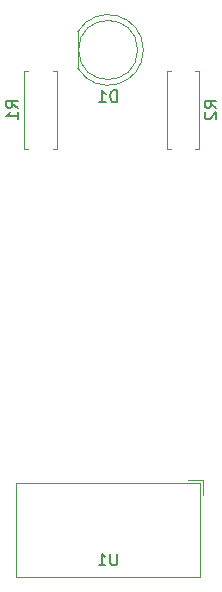
<source format=gbr>
%TF.GenerationSoftware,KiCad,Pcbnew,7.0.9*%
%TF.CreationDate,2023-12-25T10:03:32-05:00*%
%TF.ProjectId,pcb_ac_interface,7063625f-6163-45f6-996e-746572666163,rev?*%
%TF.SameCoordinates,Original*%
%TF.FileFunction,Legend,Bot*%
%TF.FilePolarity,Positive*%
%FSLAX46Y46*%
G04 Gerber Fmt 4.6, Leading zero omitted, Abs format (unit mm)*
G04 Created by KiCad (PCBNEW 7.0.9) date 2023-12-25 10:03:32*
%MOMM*%
%LPD*%
G01*
G04 APERTURE LIST*
%ADD10C,0.150000*%
%ADD11C,0.120000*%
G04 APERTURE END LIST*
D10*
X140461904Y-111214819D02*
X140461904Y-112024342D01*
X140461904Y-112024342D02*
X140414285Y-112119580D01*
X140414285Y-112119580D02*
X140366666Y-112167200D01*
X140366666Y-112167200D02*
X140271428Y-112214819D01*
X140271428Y-112214819D02*
X140080952Y-112214819D01*
X140080952Y-112214819D02*
X139985714Y-112167200D01*
X139985714Y-112167200D02*
X139938095Y-112119580D01*
X139938095Y-112119580D02*
X139890476Y-112024342D01*
X139890476Y-112024342D02*
X139890476Y-111214819D01*
X138890476Y-112214819D02*
X139461904Y-112214819D01*
X139176190Y-112214819D02*
X139176190Y-111214819D01*
X139176190Y-111214819D02*
X139271428Y-111357676D01*
X139271428Y-111357676D02*
X139366666Y-111452914D01*
X139366666Y-111452914D02*
X139461904Y-111500533D01*
X148874819Y-73493333D02*
X148398628Y-73160000D01*
X148874819Y-72921905D02*
X147874819Y-72921905D01*
X147874819Y-72921905D02*
X147874819Y-73302857D01*
X147874819Y-73302857D02*
X147922438Y-73398095D01*
X147922438Y-73398095D02*
X147970057Y-73445714D01*
X147970057Y-73445714D02*
X148065295Y-73493333D01*
X148065295Y-73493333D02*
X148208152Y-73493333D01*
X148208152Y-73493333D02*
X148303390Y-73445714D01*
X148303390Y-73445714D02*
X148351009Y-73398095D01*
X148351009Y-73398095D02*
X148398628Y-73302857D01*
X148398628Y-73302857D02*
X148398628Y-72921905D01*
X147970057Y-73874286D02*
X147922438Y-73921905D01*
X147922438Y-73921905D02*
X147874819Y-74017143D01*
X147874819Y-74017143D02*
X147874819Y-74255238D01*
X147874819Y-74255238D02*
X147922438Y-74350476D01*
X147922438Y-74350476D02*
X147970057Y-74398095D01*
X147970057Y-74398095D02*
X148065295Y-74445714D01*
X148065295Y-74445714D02*
X148160533Y-74445714D01*
X148160533Y-74445714D02*
X148303390Y-74398095D01*
X148303390Y-74398095D02*
X148874819Y-73826667D01*
X148874819Y-73826667D02*
X148874819Y-74445714D01*
X132069819Y-73493333D02*
X131593628Y-73160000D01*
X132069819Y-72921905D02*
X131069819Y-72921905D01*
X131069819Y-72921905D02*
X131069819Y-73302857D01*
X131069819Y-73302857D02*
X131117438Y-73398095D01*
X131117438Y-73398095D02*
X131165057Y-73445714D01*
X131165057Y-73445714D02*
X131260295Y-73493333D01*
X131260295Y-73493333D02*
X131403152Y-73493333D01*
X131403152Y-73493333D02*
X131498390Y-73445714D01*
X131498390Y-73445714D02*
X131546009Y-73398095D01*
X131546009Y-73398095D02*
X131593628Y-73302857D01*
X131593628Y-73302857D02*
X131593628Y-72921905D01*
X132069819Y-74445714D02*
X132069819Y-73874286D01*
X132069819Y-74160000D02*
X131069819Y-74160000D01*
X131069819Y-74160000D02*
X131212676Y-74064762D01*
X131212676Y-74064762D02*
X131307914Y-73969524D01*
X131307914Y-73969524D02*
X131355533Y-73874286D01*
X140433094Y-72994819D02*
X140433094Y-71994819D01*
X140433094Y-71994819D02*
X140194999Y-71994819D01*
X140194999Y-71994819D02*
X140052142Y-72042438D01*
X140052142Y-72042438D02*
X139956904Y-72137676D01*
X139956904Y-72137676D02*
X139909285Y-72232914D01*
X139909285Y-72232914D02*
X139861666Y-72423390D01*
X139861666Y-72423390D02*
X139861666Y-72566247D01*
X139861666Y-72566247D02*
X139909285Y-72756723D01*
X139909285Y-72756723D02*
X139956904Y-72851961D01*
X139956904Y-72851961D02*
X140052142Y-72947200D01*
X140052142Y-72947200D02*
X140194999Y-72994819D01*
X140194999Y-72994819D02*
X140433094Y-72994819D01*
X138909285Y-72994819D02*
X139480713Y-72994819D01*
X139194999Y-72994819D02*
X139194999Y-71994819D01*
X139194999Y-71994819D02*
X139290237Y-72137676D01*
X139290237Y-72137676D02*
X139385475Y-72232914D01*
X139385475Y-72232914D02*
X139480713Y-72280533D01*
D11*
%TO.C,U1*%
X147750000Y-104970000D02*
X146480000Y-104970000D01*
X147750000Y-106240000D02*
X147750000Y-104970000D01*
X147500000Y-105220000D02*
X131900000Y-105220000D01*
X147500000Y-113220000D02*
X147500000Y-105220000D01*
X131900000Y-105220000D02*
X131900000Y-113220000D01*
X131900000Y-113220000D02*
X147500000Y-113220000D01*
%TO.C,R2*%
X147420000Y-70390000D02*
X147090000Y-70390000D01*
X147090000Y-76930000D02*
X147420000Y-76930000D01*
X145010000Y-76930000D02*
X144680000Y-76930000D01*
X144680000Y-76930000D02*
X144680000Y-70390000D01*
X147420000Y-76930000D02*
X147420000Y-70390000D01*
X144680000Y-70390000D02*
X145010000Y-70390000D01*
%TO.C,R1*%
X135355000Y-76930000D02*
X135025000Y-76930000D01*
X132615000Y-70390000D02*
X132615000Y-76930000D01*
X135355000Y-70390000D02*
X135355000Y-76930000D01*
X135025000Y-70390000D02*
X135355000Y-70390000D01*
X132945000Y-70390000D02*
X132615000Y-70390000D01*
X132615000Y-76930000D02*
X132945000Y-76930000D01*
%TO.C,D1*%
X137135000Y-70125000D02*
X137135000Y-67035000D01*
X137135000Y-70124830D02*
G75*
G03*
X142685000Y-68579538I2560000J1544830D01*
G01*
X142684999Y-68580462D02*
G75*
G03*
X137135001Y-67035170I-2989999J462D01*
G01*
X142195000Y-68580000D02*
G75*
G03*
X142195000Y-68580000I-2500000J0D01*
G01*
%TD*%
M02*

</source>
